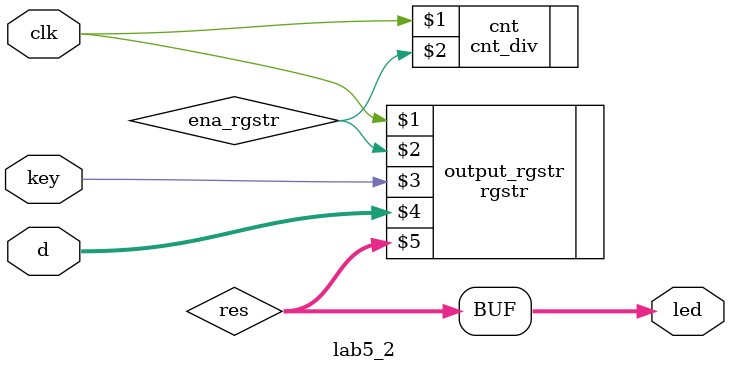
<source format=sv>
module lab5_2 (clk, d, key, led);
parameter width = 8;

input key;
input clk;
input [width-1:0] d;
output [width-1:0] led;

wire ena_rgstr;
reg [width-1:0] res;

cnt_div #(4) cnt(clk, ena_rgstr);

rgstr #(width) output_rgstr(clk, ena_rgstr, key, d, res);

assign led = res; 

endmodule
</source>
